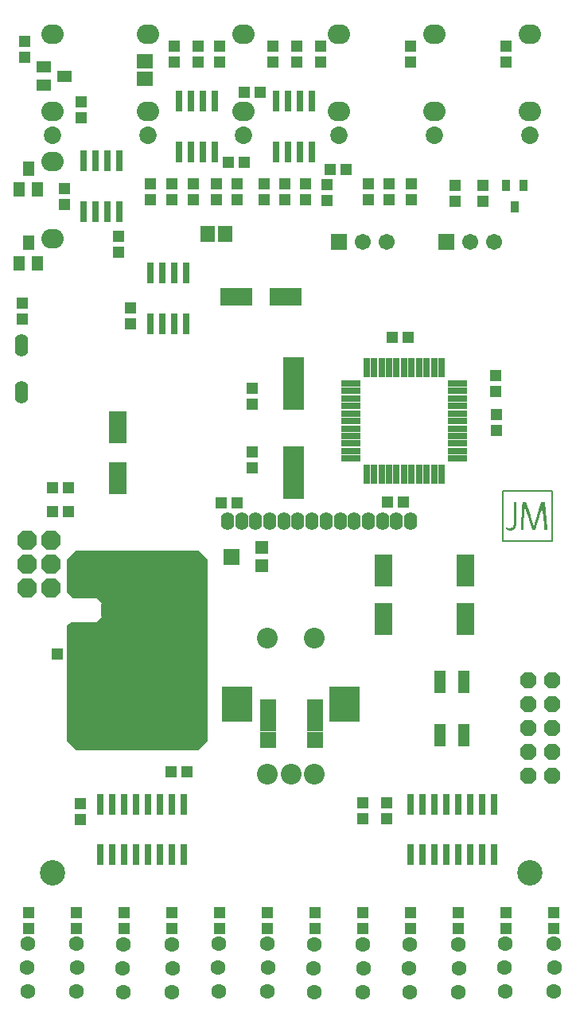
<source format=gts>
G04 DipTrace 4.0.0.0*
G04 uTest_p02.GTS*
%MOIN*%
G04 #@! TF.FileFunction,Soldermask,Top*
G04 #@! TF.Part,Single*
%AMOUTLINE0*
4,1,8,
-0.014159,-0.034184,
-0.034184,-0.014159,
-0.034184,0.014159,
-0.014159,0.034184,
0.014159,0.034184,
0.034184,0.014159,
0.034184,-0.014159,
0.014159,-0.034184,
-0.014159,-0.034184,
0*%
%AMOUTLINE2*
4,1,8,
-0.016982,0.041,
-0.041,0.016982,
-0.041,-0.016982,
-0.016982,-0.041,
0.016982,-0.041,
0.041,-0.016982,
0.041,0.016982,
0.016982,0.041,
-0.016982,0.041,
0*%
%ADD20C,0.005984*%
%ADD55C,0.106299*%
%ADD64O,0.055244X0.094614*%
%ADD66O,0.055244X0.074929*%
%ADD68R,0.027685X0.078866*%
%ADD70R,0.078866X0.027685*%
%ADD72C,0.063118*%
%ADD74C,0.067055*%
%ADD76R,0.08674X0.224535*%
%ADD78R,0.063118X0.04737*%
%ADD80R,0.067055X0.067055*%
%ADD82C,0.073*%
%ADD84O,0.093X0.083*%
%ADD86R,0.094614X0.149732*%
%ADD88R,0.095992X0.055992*%
%ADD90R,0.031622X0.08674*%
%ADD92R,0.033591X0.049339*%
%ADD94R,0.12611X0.145795*%
%ADD96C,0.08674*%
%ADD98R,0.04737X0.063118*%
%ADD100R,0.04737X0.094614*%
%ADD102R,0.072961X0.137921*%
%ADD104R,0.137921X0.072961*%
%ADD106R,0.067055X0.059181*%
%ADD108R,0.072961X0.132016*%
%ADD110R,0.059181X0.067055*%
%ADD112R,0.04737X0.051307*%
%ADD114R,0.051307X0.04737*%
%ADD116R,0.067055X0.070992*%
%ADD118R,0.055244X0.055244*%
%ADD124OUTLINE0*%
%ADD126OUTLINE2*%
%FSLAX26Y26*%
G04*
G70*
G90*
G75*
G01*
G04 TopMask*
%LPD*%
D118*
X1463661Y2379249D3*
D116*
X1336890Y2418619D3*
D118*
X1463622Y2457990D3*
D114*
X2058485Y2646517D3*
X1991556D3*
D112*
X704041Y1384114D3*
Y1317185D3*
X2392085Y3975710D3*
Y3908781D3*
D114*
X672852Y2012269D3*
X605922D3*
X1390471Y4364807D3*
X1457400D3*
D110*
X1236039Y3769461D3*
X1310842D3*
D112*
X1648334Y3980139D3*
Y3913210D3*
X1510834Y4490032D3*
Y4556961D3*
D108*
X859834Y2747482D3*
Y2960080D3*
D112*
X913630Y3395181D3*
Y3462110D3*
X2447212Y2948251D3*
Y3015180D3*
D114*
X1360834Y2644461D3*
X1293905D3*
D112*
X1423334Y3056978D3*
Y3123907D3*
Y2857026D3*
Y2790097D3*
D114*
X1085105Y1516231D3*
X1152034D3*
X2075854Y3337235D3*
X2008925D3*
D112*
X1885834Y1319461D3*
Y1386390D3*
X2445058Y3109976D3*
Y3176906D3*
D114*
X1749908Y4039301D3*
X1816837D3*
X585834Y2606961D3*
X652764D3*
D112*
X1985834Y1319461D3*
Y1386390D3*
X1177370Y3913210D3*
Y3980139D3*
D114*
X1323334Y4069461D3*
X1390264D3*
D106*
X973334Y4494461D3*
Y4419658D3*
D112*
X1085834Y3913210D3*
Y3980139D3*
D104*
X1357653Y3505882D3*
X1562378D3*
D102*
X2317085Y2156961D3*
Y2361685D3*
X1973334D3*
Y2156961D3*
D100*
X2310834Y1894461D3*
X2210834D3*
Y1669658D3*
X2310834D3*
D98*
X485834Y3733083D3*
X523236Y3646469D3*
X448433D3*
X485834Y4044461D3*
X523236Y3957847D3*
X448433D3*
D96*
X1585834Y1506961D3*
X1684260D3*
X1487409D3*
X1684260Y2077827D3*
X1487409D3*
D94*
X1361425Y1802236D3*
X1810244D3*
D55*
X585834Y1094461D3*
X2585834D3*
D92*
X2560834Y3975711D3*
X2486031D3*
X2523433Y3885160D3*
D90*
X998088Y3394461D3*
X1048088D3*
X1098088D3*
X1148088D3*
Y3607059D3*
X1098088D3*
X1048088D3*
X998088D3*
X785834Y1169461D3*
X835834D3*
X885834D3*
X935834D3*
X985834D3*
X1035834D3*
X1085834D3*
X1135834D3*
Y1382059D3*
X1085834D3*
X1035834D3*
X985834D3*
X935834D3*
X885834D3*
X835834D3*
X785834D3*
X2085834Y1169461D3*
X2135834D3*
X2185834D3*
X2235834D3*
X2285834D3*
X2335834D3*
X2385834D3*
X2435834D3*
Y1382059D3*
X2385834D3*
X2335834D3*
X2285834D3*
X2235834D3*
X2185834D3*
X2135834D3*
X2085834D3*
X1267134Y4325760D3*
X1217134D3*
X1167134D3*
X1117134D3*
Y4113161D3*
X1167134D3*
X1217134D3*
X1267134D3*
D88*
X835833Y2194461D3*
Y2103476D3*
Y2012492D3*
D86*
X1079850Y2103476D3*
D84*
X2585834Y4282461D3*
Y4607461D3*
D82*
Y4182461D3*
D84*
X2185834Y4282461D3*
Y4607461D3*
D82*
Y4182461D3*
D84*
X1785834Y4282461D3*
Y4607461D3*
D82*
Y4182461D3*
D84*
X1385834Y4282461D3*
Y4607461D3*
D82*
Y4182461D3*
D84*
X985834Y4282461D3*
Y4607461D3*
D82*
Y4182461D3*
D84*
X585834Y4075654D3*
Y3750654D3*
Y4282461D3*
Y4607461D3*
D82*
Y4182461D3*
D124*
X2579585Y1900710D3*
X2679585D3*
X2579585Y1800710D3*
X2679585D3*
X2579585Y1700710D3*
X2679585D3*
X2579585Y1600710D3*
X2679585D3*
X2579585Y1500710D3*
X2679585D3*
D90*
X867134Y4075760D3*
X817134D3*
X767134D3*
X717134D3*
Y3863161D3*
X767134D3*
X817134D3*
X867134D3*
D80*
X1685834Y1650711D3*
Y1719461D3*
Y1788211D3*
X1492084Y1650711D3*
Y1719461D3*
Y1788211D3*
D78*
X549220Y4469264D3*
X635834Y4431862D3*
X549220Y4394461D3*
D76*
X1598334Y3144511D3*
Y2770495D3*
D112*
X2273334Y3975711D3*
Y3908782D3*
X635834Y3894461D3*
Y3961390D3*
X863680Y3693493D3*
Y3760423D3*
X2092084Y3913210D3*
Y3980139D3*
D80*
X2235836Y3737089D3*
D74*
X2335834D3*
X2435834D3*
D112*
X1998334Y3913210D3*
Y3980139D3*
X1473334Y3913210D3*
Y3980139D3*
X1910834Y3913210D3*
Y3980139D3*
D80*
X1785836Y3737089D3*
D74*
X1885834D3*
X1985834D3*
D112*
X460834Y3481961D3*
Y3415032D3*
X1560834Y3980139D3*
Y3913210D3*
X1610834Y4490032D3*
Y4556961D3*
X708627Y4323182D3*
Y4256253D3*
X469299Y4577925D3*
Y4510996D3*
X2485834Y927925D3*
Y860996D3*
X2085834Y927925D3*
Y860996D3*
X1685834Y927925D3*
Y860996D3*
X1285834Y927925D3*
Y860996D3*
X885834Y927925D3*
Y860996D3*
X485834Y927925D3*
Y860996D3*
X2485834Y4490032D3*
Y4556961D3*
D114*
X585834Y2706961D3*
X652764D3*
D112*
X2085834Y4490032D3*
Y4556961D3*
X1273334Y3913210D3*
Y3980139D3*
X1098334Y4556961D3*
Y4490032D3*
X1285834Y4556961D3*
Y4490032D3*
X998334Y3980139D3*
Y3913210D3*
X1198334Y4490032D3*
Y4556961D3*
X1360834Y3913210D3*
Y3980139D3*
X1710834Y4490032D3*
Y4556961D3*
X1735834Y3977925D3*
Y3910996D3*
X685834Y927925D3*
Y860996D3*
X1085834Y927925D3*
Y860996D3*
X1485834Y927925D3*
Y860996D3*
X1885834Y927925D3*
Y860996D3*
X2285834Y927925D3*
Y860996D3*
X2685834Y927925D3*
Y860996D3*
D72*
X2483472Y596823D3*
Y796823D3*
X2688197D3*
Y596823D3*
X2692134Y696823D3*
X2479535D3*
X2083472Y594461D3*
Y794461D3*
X2288197D3*
Y594461D3*
X2292134Y694461D3*
X2079535D3*
X1683472Y594461D3*
Y794461D3*
X1888197D3*
Y594461D3*
X1892134Y694461D3*
X1679535D3*
X1283472Y596823D3*
Y796823D3*
X1488197D3*
Y596823D3*
X1492134Y696823D3*
X1279535D3*
X883472Y594461D3*
Y794461D3*
X1088197D3*
Y594461D3*
X1092134Y694461D3*
X879535D3*
X483472Y596823D3*
Y796823D3*
X688197D3*
Y596823D3*
X692134Y696823D3*
X479535D3*
D126*
X579585Y2288211D3*
X479585D3*
X579585Y2388211D3*
X479585D3*
X579585Y2488211D3*
X479585D3*
D70*
X1835834Y3144461D3*
Y3112965D3*
Y3081469D3*
Y3049972D3*
Y3018476D3*
Y2986980D3*
Y2955484D3*
Y2923988D3*
Y2892492D3*
Y2860996D3*
Y2829500D3*
D68*
X1902764Y2762571D3*
X1934260D3*
X1965756D3*
X1997252D3*
X2028748D3*
X2060244D3*
X2091740D3*
X2123236D3*
X2154732D3*
X2186228D3*
X2217724D3*
D70*
X2284653Y2829500D3*
Y2860996D3*
Y2892492D3*
Y2923988D3*
Y2955484D3*
Y2986980D3*
Y3018476D3*
Y3049972D3*
Y3081469D3*
Y3112965D3*
Y3144461D3*
D68*
X2217724Y3211390D3*
X2186228D3*
X2154732D3*
X2123236D3*
X2091740D3*
X2060244D3*
X2028748D3*
X1997252D3*
X1965756D3*
X1934260D3*
X1902764D3*
D90*
X1672972Y4325760D3*
X1622972D3*
X1572972D3*
X1522972D3*
Y4113161D3*
X1572972D3*
X1622972D3*
X1672972D3*
D66*
X1320086Y2566902D3*
X1379142D3*
X1438197D3*
X1497252D3*
X1556307D3*
X1615362D3*
X1674417D3*
X1733472D3*
X1792527D3*
X1851583D3*
X1910638D3*
X1969693D3*
X2028748D3*
X2087803D3*
D64*
X457882Y3303122D3*
Y3106272D3*
G36*
X685834Y2444461D2*
X1198334D1*
X1235834Y2406961D1*
Y1644461D1*
X1198334Y1606961D1*
X685834D1*
X648334Y1644461D1*
Y2131961D1*
X667085Y2144461D1*
X773334D1*
X798334Y2169461D1*
Y2219461D1*
X773334Y2244461D1*
X673334D1*
X648334Y2269461D1*
Y2394461D1*
Y2406961D1*
X685834Y2444461D1*
G37*
X2473334Y2694461D2*
D20*
X2678931D1*
Y2485669D1*
X2473334D1*
Y2694461D1*
G36*
X2519065Y2647006D2*
Y2553174D1*
X2517621Y2551731D1*
X2516178Y2545956D1*
Y2544513D1*
X2513291Y2541626D1*
X2510404Y2540182D1*
X2504148Y2538739D1*
X2497893D1*
X2491637Y2540182D1*
X2488750D1*
X2487306Y2535851D1*
Y2532964D1*
X2493081Y2530077D1*
X2500299Y2528634D1*
X2508960D1*
X2516178Y2530077D1*
X2521952Y2532964D1*
X2524839Y2535851D1*
X2526283Y2538739D1*
X2527726Y2543069D1*
X2529170Y2550287D1*
Y2647006D1*
X2519065D1*
G37*
G36*
X2556598D2*
Y2638345D1*
X2555154Y2636901D1*
X2552267Y2593594D1*
X2550823Y2570497D1*
X2549380Y2548844D1*
Y2530077D1*
X2559485D1*
X2560928Y2547400D1*
X2565259Y2612361D1*
Y2623909D1*
X2566337Y2624836D1*
X2567085Y2624752D1*
X2568146Y2623909D1*
Y2621022D1*
X2582582Y2577715D1*
X2584026Y2571941D1*
X2597018Y2532964D1*
X2598461Y2530077D1*
X2610010D1*
X2611453Y2534408D1*
X2612897Y2540182D1*
X2618671Y2557505D1*
X2620115Y2563279D1*
X2627333Y2584933D1*
X2628776Y2590707D1*
X2634551Y2608030D1*
X2635994Y2613804D1*
X2638881Y2622466D1*
X2639117Y2623582D1*
X2640002Y2624765D1*
X2640714Y2624731D1*
X2641768Y2623909D1*
Y2609474D1*
X2646099Y2553174D1*
X2647543Y2532964D1*
X2648986Y2530077D1*
X2659091D1*
Y2534408D1*
X2650430Y2647006D1*
X2634551D1*
X2630220Y2634014D1*
X2628776Y2628240D1*
X2623002Y2610917D1*
X2621558Y2605143D1*
X2617228Y2592151D1*
X2615784Y2586376D1*
X2610010Y2569054D1*
X2608566Y2563279D1*
X2605679Y2554618D1*
Y2551731D1*
X2603919Y2550224D1*
X2602250Y2550411D1*
X2601348Y2551731D1*
Y2556061D1*
X2591243Y2586376D1*
X2589800Y2592151D1*
X2579695Y2622466D1*
X2578251Y2628240D1*
X2572477Y2645563D1*
X2571033Y2647006D1*
X2556598D1*
G37*
M02*

</source>
